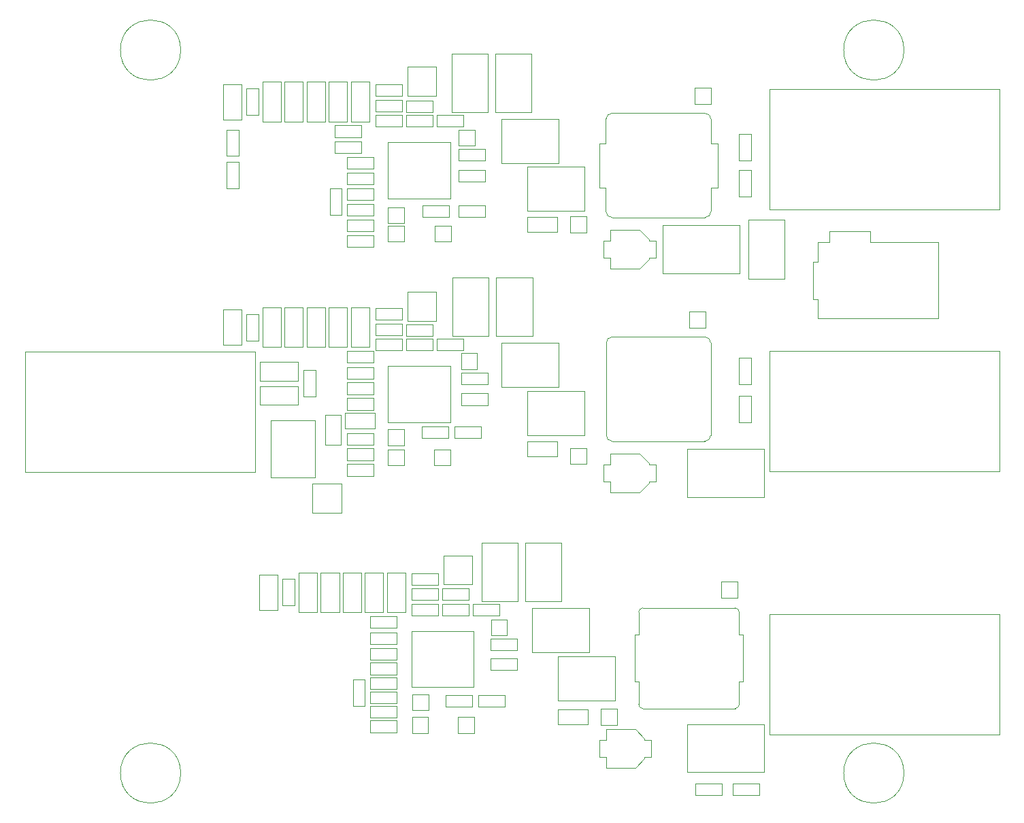
<source format=gbr>
%TF.GenerationSoftware,KiCad,Pcbnew,(6.0.4)*%
%TF.CreationDate,2023-02-06T16:45:10+05:30*%
%TF.ProjectId,CON0100,434f4e30-3130-4302-9e6b-696361645f70,rev?*%
%TF.SameCoordinates,Original*%
%TF.FileFunction,Other,User*%
%FSLAX46Y46*%
G04 Gerber Fmt 4.6, Leading zero omitted, Abs format (unit mm)*
G04 Created by KiCad (PCBNEW (6.0.4)) date 2023-02-06 16:45:10*
%MOMM*%
%LPD*%
G01*
G04 APERTURE LIST*
%ADD10C,0.050000*%
%ADD11C,0.120000*%
G04 APERTURE END LIST*
D10*
%TO.C,R2*%
X270677511Y-86944993D02*
X270677511Y-90244993D01*
X269217511Y-90244993D02*
X269217511Y-86944993D01*
X269217511Y-86944993D02*
X270677511Y-86944993D01*
X270677511Y-90244993D02*
X269217511Y-90244993D01*
%TO.C,R1*%
X261102511Y-60987493D02*
X261102511Y-64287493D01*
X259642511Y-64287493D02*
X259642511Y-60987493D01*
X259642511Y-60987493D02*
X261102511Y-60987493D01*
X261102511Y-64287493D02*
X259642511Y-64287493D01*
%TO.C,Q7*%
X270612511Y-93214993D02*
X265112511Y-93214993D01*
X265112511Y-93214993D02*
X265112511Y-100314993D01*
X270612511Y-93214993D02*
X270612511Y-100314993D01*
X270612511Y-100314993D02*
X265112511Y-100314993D01*
%TO.C,D13*%
X268497511Y-91244993D02*
X268497511Y-88944993D01*
X263797511Y-88944993D02*
X268497511Y-88944993D01*
X268497511Y-91244993D02*
X263797511Y-91244993D01*
X263797511Y-91244993D02*
X263797511Y-88944993D01*
%TO.C,D12*%
X322612511Y-138364993D02*
X325912511Y-138364993D01*
X325912511Y-139824993D02*
X322612511Y-139824993D01*
X322612511Y-139824993D02*
X322612511Y-138364993D01*
X325912511Y-138364993D02*
X325912511Y-139824993D01*
%TO.C,D3*%
X261092511Y-60292493D02*
X259632511Y-60292493D01*
X261092511Y-56992493D02*
X261092511Y-60292493D01*
X259632511Y-60292493D02*
X259632511Y-56992493D01*
X259632511Y-56992493D02*
X261092511Y-56992493D01*
%TO.C,D7*%
X323392511Y-90134993D02*
X324852511Y-90134993D01*
X323392511Y-93434993D02*
X323392511Y-90134993D01*
X324852511Y-90134993D02*
X324852511Y-93434993D01*
X324852511Y-93434993D02*
X323392511Y-93434993D01*
%TO.C,D2*%
X268497511Y-88244993D02*
X268497511Y-85944993D01*
X263797511Y-85944993D02*
X268497511Y-85944993D01*
X268497511Y-88244993D02*
X263797511Y-88244993D01*
X263797511Y-88244993D02*
X263797511Y-85944993D01*
%TO.C,RAMP3*%
X288397511Y-130094993D02*
X290397511Y-130094993D01*
X290397511Y-132094993D02*
X288397511Y-132094993D01*
X290397511Y-132094993D02*
X290397511Y-130094993D01*
X288397511Y-130094993D02*
X288397511Y-132094993D01*
%TO.C,RAMP2*%
X285447511Y-96789993D02*
X287447511Y-96789993D01*
X287447511Y-98789993D02*
X285447511Y-98789993D01*
X287447511Y-98789993D02*
X287447511Y-96789993D01*
X285447511Y-96789993D02*
X285447511Y-98789993D01*
%TO.C,FB3*%
X282697511Y-130094993D02*
X284697511Y-130094993D01*
X284697511Y-132094993D02*
X282697511Y-132094993D01*
X284697511Y-132094993D02*
X284697511Y-130094993D01*
X282697511Y-130094993D02*
X282697511Y-132094993D01*
%TO.C,FB2*%
X279697511Y-96789995D02*
X281697511Y-96789995D01*
X281697511Y-98789995D02*
X279697511Y-98789995D01*
X281697511Y-98789995D02*
X281697511Y-96789995D01*
X279697511Y-96789995D02*
X279697511Y-98789995D01*
%TO.C,SW3*%
X306172511Y-129094993D02*
X308172511Y-129094993D01*
X308172511Y-131094993D02*
X306172511Y-131094993D01*
X308172511Y-131094993D02*
X308172511Y-129094993D01*
X306172511Y-129094993D02*
X306172511Y-131094993D01*
%TO.C,SW2*%
X302382500Y-96639995D02*
X304382500Y-96639995D01*
X304382500Y-98639995D02*
X302382500Y-98639995D01*
X304382500Y-98639995D02*
X304382500Y-96639995D01*
X302382500Y-96639995D02*
X302382500Y-98639995D01*
%TO.C,CM3*%
X282722511Y-127294993D02*
X282722511Y-129294993D01*
X284722511Y-129294993D02*
X284722511Y-127294993D01*
X284722511Y-129294993D02*
X282722511Y-129294993D01*
X282722511Y-127294993D02*
X284722511Y-127294993D01*
%TO.C,CM2*%
X279697511Y-94289995D02*
X281697511Y-94289995D01*
X281697511Y-96289995D02*
X279697511Y-96289995D01*
X281697511Y-96289995D02*
X281697511Y-94289995D01*
X279697511Y-94289995D02*
X279697511Y-96289995D01*
%TO.C,SW1*%
X302382500Y-67820000D02*
X304382500Y-67820000D01*
X304382500Y-69820000D02*
X302382500Y-69820000D01*
X304382500Y-69820000D02*
X304382500Y-67820000D01*
X302382500Y-67820000D02*
X302382500Y-69820000D01*
%TO.C,RAMP1*%
X285522511Y-68944993D02*
X287522511Y-68944993D01*
X287522511Y-70944993D02*
X285522511Y-70944993D01*
X287522511Y-70944993D02*
X287522511Y-68944993D01*
X285522511Y-68944993D02*
X285522511Y-70944993D01*
%TO.C,HB3*%
X292522511Y-117969993D02*
X294522511Y-117969993D01*
X294522511Y-119969993D02*
X292522511Y-119969993D01*
X294522511Y-119969993D02*
X294522511Y-117969993D01*
X292522511Y-117969993D02*
X292522511Y-119969993D01*
%TO.C,HB2*%
X288797511Y-84844993D02*
X290797511Y-84844993D01*
X290797511Y-86844993D02*
X288797511Y-86844993D01*
X290797511Y-86844993D02*
X290797511Y-84844993D01*
X288797511Y-84844993D02*
X288797511Y-86844993D01*
%TO.C,HB1*%
X288497511Y-56994993D02*
X290497511Y-56994993D01*
X290497511Y-58994993D02*
X288497511Y-58994993D01*
X290497511Y-58994993D02*
X290497511Y-56994993D01*
X288497511Y-56994993D02*
X288497511Y-58994993D01*
%TO.C,FB1*%
X279682511Y-68944993D02*
X281682511Y-68944993D01*
X281682511Y-70944993D02*
X279682511Y-70944993D01*
X281682511Y-70944993D02*
X281682511Y-68944993D01*
X279682511Y-68944993D02*
X279682511Y-70944993D01*
%TO.C,CM1*%
X279702511Y-66644993D02*
X281702511Y-66644993D01*
X281702511Y-68644993D02*
X279702511Y-68644993D01*
X281702511Y-68644993D02*
X281702511Y-66644993D01*
X279702511Y-66644993D02*
X279702511Y-68644993D01*
%TO.C,+24V1*%
X317897511Y-51794993D02*
X319897511Y-51794993D01*
X319897511Y-53794993D02*
X317897511Y-53794993D01*
X319897511Y-53794993D02*
X319897511Y-51794993D01*
X317897511Y-51794993D02*
X317897511Y-53794993D01*
%TO.C,+15V1*%
X317192511Y-79644993D02*
X319192511Y-79644993D01*
X319192511Y-81644993D02*
X317192511Y-81644993D01*
X319192511Y-81644993D02*
X319192511Y-79644993D01*
X317192511Y-79644993D02*
X317192511Y-81644993D01*
%TO.C,+5V1*%
X321172511Y-113269993D02*
X321172511Y-115269993D01*
X323172511Y-115269993D02*
X323172511Y-113269993D01*
X323172511Y-115269993D02*
X321172511Y-115269993D01*
X321172511Y-113269993D02*
X323172511Y-113269993D01*
%TO.C,R42*%
X277497511Y-126964993D02*
X280797511Y-126964993D01*
X277497511Y-128424993D02*
X277497511Y-126964993D01*
X280797511Y-128424993D02*
X277497511Y-128424993D01*
X280797511Y-126964993D02*
X280797511Y-128424993D01*
%TO.C,Q5*%
X297597511Y-122044993D02*
X297597511Y-116544993D01*
X304697511Y-122044993D02*
X304697511Y-116544993D01*
X304697511Y-116544993D02*
X297597511Y-116544993D01*
X304697511Y-122044993D02*
X297597511Y-122044993D01*
%TO.C,J6*%
X282122511Y-80794993D02*
X285722511Y-80794993D01*
X285722511Y-77194993D02*
X282122511Y-77194993D01*
X282122511Y-77194993D02*
X282122511Y-80794993D01*
X285722511Y-80794993D02*
X285722511Y-77194993D01*
%TO.C,D9*%
X293172511Y-75399991D02*
X297672511Y-75399991D01*
X297672511Y-75399991D02*
X297672511Y-82699991D01*
X297672511Y-82699991D02*
X293172511Y-82699991D01*
X293172511Y-82699991D02*
X293172511Y-75399991D01*
%TO.C,C24*%
X278090011Y-94244993D02*
X274330011Y-94244993D01*
X274330011Y-94244993D02*
X274330011Y-92284993D01*
X274330011Y-92284993D02*
X278090011Y-92284993D01*
X278090011Y-92284993D02*
X278090011Y-94244993D01*
%TO.C,R14*%
X288497511Y-66440002D02*
X291797511Y-66440002D01*
X291797511Y-66440002D02*
X291797511Y-67900002D01*
X291797511Y-67900002D02*
X288497511Y-67900002D01*
X288497511Y-67900002D02*
X288497511Y-66440002D01*
%TO.C,C30*%
X268572511Y-112114993D02*
X270872511Y-112114993D01*
X270872511Y-112114993D02*
X270872511Y-117074993D01*
X270872511Y-117074993D02*
X268572511Y-117074993D01*
X268572511Y-117074993D02*
X268572511Y-112114993D01*
%TO.C,Q3*%
X300897500Y-89040002D02*
X293797500Y-89040002D01*
X300897500Y-89040002D02*
X300897500Y-83540002D01*
X300897500Y-83540002D02*
X293797500Y-83540002D01*
X293797500Y-89040002D02*
X293797500Y-83540002D01*
%TO.C,C4*%
X274572511Y-51039993D02*
X274572511Y-55999993D01*
X274572511Y-55999993D02*
X272272511Y-55999993D01*
X272272511Y-55999993D02*
X272272511Y-51039993D01*
X272272511Y-51039993D02*
X274572511Y-51039993D01*
%TO.C,H1*%
X253897511Y-137094993D02*
G75*
G03*
X253897511Y-137094993I-3750000J0D01*
G01*
%TO.C,R46*%
X277497511Y-128764993D02*
X280797511Y-128764993D01*
X277497511Y-130224993D02*
X277497511Y-128764993D01*
X280797511Y-128764993D02*
X280797511Y-130224993D01*
X280797511Y-130224993D02*
X277497511Y-130224993D01*
%TO.C,D8*%
X324852511Y-62019993D02*
X324852511Y-65319993D01*
X323392511Y-62019993D02*
X324852511Y-62019993D01*
X323392511Y-65319993D02*
X323392511Y-62019993D01*
X324852511Y-65319993D02*
X323392511Y-65319993D01*
%TO.C,C2*%
X266822511Y-51039993D02*
X269122511Y-51039993D01*
X266822511Y-55999993D02*
X266822511Y-51039993D01*
X269122511Y-55999993D02*
X266822511Y-55999993D01*
X269122511Y-51039993D02*
X269122511Y-55999993D01*
%TO.C,L2*%
X307607500Y-82790002D02*
X319107500Y-82790002D01*
X319857500Y-83540002D02*
X319857500Y-95040002D01*
X306857500Y-95040002D02*
X306857500Y-83540002D01*
X319107500Y-95790002D02*
X307607500Y-95790002D01*
X306857500Y-95040002D02*
G75*
G03*
X307607500Y-95790002I750000J0D01*
G01*
X319857500Y-83540002D02*
G75*
G03*
X319107500Y-82790002I-750000J0D01*
G01*
X319107500Y-95790002D02*
G75*
G03*
X319857500Y-95040002I0J750000D01*
G01*
X307607500Y-82790002D02*
G75*
G03*
X306857500Y-83540002I0J-750000D01*
G01*
%TO.C,U2*%
X279715000Y-58575000D02*
X279715000Y-65575000D01*
X279715000Y-58575000D02*
X287425000Y-58575000D01*
X279715000Y-65575000D02*
X287425000Y-65575000D01*
X287425000Y-58575000D02*
X287425000Y-65575000D01*
%TO.C,F1*%
X262092511Y-51869993D02*
X263552511Y-51869993D01*
X263552511Y-51869993D02*
X263552511Y-55169993D01*
X262092511Y-55169993D02*
X262092511Y-51869993D01*
X263552511Y-55169993D02*
X262092511Y-55169993D01*
%TO.C,C42*%
X290247511Y-117524993D02*
X290247511Y-116064993D01*
X293547511Y-116064993D02*
X293547511Y-117524993D01*
X290247511Y-116064993D02*
X293547511Y-116064993D01*
X293547511Y-117524993D02*
X290247511Y-117524993D01*
%TO.C,R10*%
X274560011Y-62344993D02*
X277860011Y-62344993D01*
X277860011Y-63804993D02*
X274560011Y-63804993D01*
X277860011Y-62344993D02*
X277860011Y-63804993D01*
X274560011Y-63804993D02*
X274560011Y-62344993D01*
%TO.C,D6*%
X261497511Y-83789995D02*
X259197511Y-83789995D01*
X261497511Y-79389995D02*
X259197511Y-79389995D01*
X261497511Y-79389995D02*
X261497511Y-83789995D01*
X259197511Y-83789995D02*
X259197511Y-79389995D01*
D11*
%TO.C,J2*%
X327147511Y-51944993D02*
X355785511Y-51944993D01*
X355785511Y-51944993D02*
X355785511Y-66944993D01*
X327147511Y-66944993D02*
X327147511Y-51944993D01*
X355785511Y-66944993D02*
X327147511Y-66944993D01*
D10*
%TO.C,U4*%
X282665011Y-126399993D02*
X290375011Y-126399993D01*
X282665011Y-119399993D02*
X290375011Y-119399993D01*
X282665011Y-119399993D02*
X282665011Y-126399993D01*
X290375011Y-119399993D02*
X290375011Y-126399993D01*
D11*
%TO.C,J3*%
X355785511Y-99544993D02*
X327147511Y-99544993D01*
X355785511Y-84544993D02*
X355785511Y-99544993D01*
X327147511Y-99544993D02*
X327147511Y-84544993D01*
X327147511Y-84544993D02*
X355785511Y-84544993D01*
D10*
%TO.C,C13*%
X289047511Y-56649993D02*
X285747511Y-56649993D01*
X289047511Y-55189993D02*
X289047511Y-56649993D01*
X285747511Y-55189993D02*
X289047511Y-55189993D01*
X285747511Y-56649993D02*
X285747511Y-55189993D01*
%TO.C,R29*%
X277860011Y-98144993D02*
X274560011Y-98144993D01*
X277860011Y-96684993D02*
X277860011Y-98144993D01*
X274560011Y-96684993D02*
X277860011Y-96684993D01*
X274560011Y-98144993D02*
X274560011Y-96684993D01*
%TO.C,F3*%
X263552511Y-79939995D02*
X263552511Y-83239995D01*
X262092511Y-79939995D02*
X263552511Y-79939995D01*
X262092511Y-83239995D02*
X262092511Y-79939995D01*
X263552511Y-83239995D02*
X262092511Y-83239995D01*
%TO.C,R35*%
X324852511Y-85364995D02*
X324852511Y-88664995D01*
X324852511Y-88664995D02*
X323392511Y-88664995D01*
X323392511Y-88664995D02*
X323392511Y-85364995D01*
X323392511Y-85364995D02*
X324852511Y-85364995D01*
%TO.C,C10*%
X276410011Y-59949993D02*
X273110011Y-59949993D01*
X276410011Y-58489993D02*
X276410011Y-59949993D01*
X273110011Y-58489993D02*
X276410011Y-58489993D01*
X273110011Y-59949993D02*
X273110011Y-58489993D01*
%TO.C,C29*%
X307382500Y-102140002D02*
X307382500Y-100790002D01*
X313032500Y-100790002D02*
X313032500Y-98690002D01*
X307382500Y-100790002D02*
X306532500Y-100790002D01*
X312182500Y-98690002D02*
X312182500Y-98490002D01*
X306532500Y-98690002D02*
X307382500Y-98690002D01*
X307382500Y-98690002D02*
X307382500Y-97340002D01*
X312182500Y-100990002D02*
X312182500Y-100790002D01*
X312182500Y-100790002D02*
X313032500Y-100790002D01*
X312182500Y-100990002D02*
X311032500Y-102140002D01*
X312182500Y-98490002D02*
X311032500Y-97340002D01*
X306532500Y-100790002D02*
X306532500Y-98690002D01*
X313032500Y-98690002D02*
X312182500Y-98690002D01*
X311032500Y-102140002D02*
X307382500Y-102140002D01*
X311032500Y-97340002D02*
X307382500Y-97340002D01*
%TO.C,R30*%
X288497511Y-59389993D02*
X291797511Y-59389993D01*
X291797511Y-60849993D02*
X288497511Y-60849993D01*
X288497511Y-60849993D02*
X288497511Y-59389993D01*
X291797511Y-59389993D02*
X291797511Y-60849993D01*
%TO.C,C20*%
X281472511Y-84494995D02*
X278172511Y-84494995D01*
X278172511Y-84494995D02*
X278172511Y-83034995D01*
X281472511Y-83034995D02*
X281472511Y-84494995D01*
X278172511Y-83034995D02*
X281472511Y-83034995D01*
%TO.C,C5*%
X275072511Y-51039993D02*
X277372511Y-51039993D01*
X277372511Y-55999993D02*
X275072511Y-55999993D01*
X277372511Y-51039993D02*
X277372511Y-55999993D01*
X275072511Y-55999993D02*
X275072511Y-51039993D01*
%TO.C,R11*%
X277860011Y-60389993D02*
X277860011Y-61849993D01*
X274560011Y-61849993D02*
X274560011Y-60389993D01*
X277860011Y-61849993D02*
X274560011Y-61849993D01*
X274560011Y-60389993D02*
X277860011Y-60389993D01*
%TO.C,R33*%
X297072511Y-95794993D02*
X300772511Y-95794993D01*
X300772511Y-97694993D02*
X297072511Y-97694993D01*
X300772511Y-95794993D02*
X300772511Y-97694993D01*
X297072511Y-97694993D02*
X297072511Y-95794993D01*
%TO.C,R39*%
X321217511Y-139824993D02*
X317917511Y-139824993D01*
X317917511Y-138364993D02*
X321217511Y-138364993D01*
X321217511Y-138364993D02*
X321217511Y-139824993D01*
X317917511Y-139824993D02*
X317917511Y-138364993D01*
%TO.C,R27*%
X274560011Y-88484993D02*
X277860011Y-88484993D01*
X274560011Y-89944993D02*
X274560011Y-88484993D01*
X277860011Y-89944993D02*
X274560011Y-89944993D01*
X277860011Y-88484993D02*
X277860011Y-89944993D01*
%TO.C,C15*%
X264072511Y-79109995D02*
X266372511Y-79109995D01*
X266372511Y-79109995D02*
X266372511Y-84069995D01*
X264072511Y-84069995D02*
X264072511Y-79109995D01*
X266372511Y-84069995D02*
X264072511Y-84069995D01*
%TO.C,Q4*%
X297032500Y-95054995D02*
X304132500Y-95054995D01*
X297032500Y-89554995D02*
X297032500Y-95054995D01*
X297032500Y-89554995D02*
X304132500Y-89554995D01*
X304132500Y-89554995D02*
X304132500Y-95054995D01*
%TO.C,C19*%
X275072511Y-79109995D02*
X277372511Y-79109995D01*
X277372511Y-79109995D02*
X277372511Y-84069995D01*
X277372511Y-84069995D02*
X275072511Y-84069995D01*
X275072511Y-84069995D02*
X275072511Y-79109995D01*
%TO.C,C1*%
X266372511Y-51039993D02*
X266372511Y-55999993D01*
X264072511Y-51039993D02*
X266372511Y-51039993D01*
X266372511Y-55999993D02*
X264072511Y-55999993D01*
X264072511Y-55999993D02*
X264072511Y-51039993D01*
D11*
%TO.C,J4*%
X355785511Y-117319993D02*
X355785511Y-132319993D01*
X327147511Y-117319993D02*
X355785511Y-117319993D01*
X327147511Y-132319993D02*
X327147511Y-117319993D01*
X355785511Y-132319993D02*
X327147511Y-132319993D01*
D10*
%TO.C,C17*%
X269572511Y-84069995D02*
X269572511Y-79109995D01*
X271872511Y-84069995D02*
X269572511Y-84069995D01*
X269572511Y-79109995D02*
X271872511Y-79109995D01*
X271872511Y-79109995D02*
X271872511Y-84069995D01*
%TO.C,R7*%
X281472511Y-51364993D02*
X281472511Y-52824993D01*
X278172511Y-52824993D02*
X278172511Y-51364993D01*
X281472511Y-52824993D02*
X278172511Y-52824993D01*
X278172511Y-51364993D02*
X281472511Y-51364993D01*
%TO.C,L3*%
X310447511Y-119894993D02*
X310447511Y-125694993D01*
X310897511Y-117044993D02*
X310897511Y-119894993D01*
X323397511Y-117044993D02*
X323397511Y-119894993D01*
X310897511Y-125694993D02*
X310447511Y-125694993D01*
X310447511Y-119894993D02*
X310897511Y-119894993D01*
X310897511Y-128544993D02*
X310897511Y-125694993D01*
X323397511Y-125694993D02*
X323397511Y-128544993D01*
X323847511Y-125694993D02*
X323397511Y-125694993D01*
X311397511Y-116544993D02*
X322897511Y-116544993D01*
X323847511Y-119894993D02*
X323397511Y-119894993D01*
X323847511Y-119894993D02*
X323847511Y-125694993D01*
X322897511Y-129044993D02*
X311397511Y-129044993D01*
X310897511Y-128544993D02*
G75*
G03*
X311397511Y-129044993I500001J1D01*
G01*
X322897511Y-129044993D02*
G75*
G03*
X323397511Y-128544993I0J500000D01*
G01*
X311397511Y-116544993D02*
G75*
G03*
X310897511Y-117044993I1J-500001D01*
G01*
X323397511Y-117044993D02*
G75*
G03*
X322897511Y-116544993I-500000J0D01*
G01*
%TO.C,R43*%
X277497511Y-124824993D02*
X277497511Y-123364993D01*
X280797511Y-123364993D02*
X280797511Y-124824993D01*
X277497511Y-123364993D02*
X280797511Y-123364993D01*
X280797511Y-124824993D02*
X277497511Y-124824993D01*
%TO.C,C3*%
X269572511Y-55999993D02*
X269572511Y-51039993D01*
X271872511Y-55999993D02*
X269572511Y-55999993D01*
X269572511Y-51039993D02*
X271872511Y-51039993D01*
X271872511Y-51039993D02*
X271872511Y-55999993D01*
%TO.C,H3*%
X253897511Y-47094993D02*
G75*
G03*
X253897511Y-47094993I-3750000J0D01*
G01*
%TO.C,F6*%
X266592511Y-112944993D02*
X268052511Y-112944993D01*
X268052511Y-116244993D02*
X266592511Y-116244993D01*
X268052511Y-112944993D02*
X268052511Y-116244993D01*
X266592511Y-116244993D02*
X266592511Y-112944993D01*
%TO.C,Q6*%
X307932511Y-122594993D02*
X307932511Y-128094993D01*
X300832511Y-128094993D02*
X307932511Y-128094993D01*
X300832511Y-122594993D02*
X300832511Y-128094993D01*
X300832511Y-122594993D02*
X307932511Y-122594993D01*
%TO.C,C36*%
X276827511Y-128744993D02*
X275367511Y-128744993D01*
X276827511Y-125444993D02*
X276827511Y-128744993D01*
X275367511Y-128744993D02*
X275367511Y-125444993D01*
X275367511Y-125444993D02*
X276827511Y-125444993D01*
%TO.C,R23*%
X278172511Y-80669995D02*
X278172511Y-79209995D01*
X278172511Y-79209995D02*
X281472511Y-79209995D01*
X281472511Y-79209995D02*
X281472511Y-80669995D01*
X281472511Y-80669995D02*
X278172511Y-80669995D01*
%TO.C,D19*%
X329072511Y-68245000D02*
X329072511Y-75545000D01*
X324572511Y-75545000D02*
X324572511Y-68245000D01*
X329072511Y-75545000D02*
X324572511Y-75545000D01*
X324572511Y-68245000D02*
X329072511Y-68245000D01*
%TO.C,D15*%
X291322511Y-115719993D02*
X291322511Y-108419993D01*
X291322511Y-108419993D02*
X295822511Y-108419993D01*
X295822511Y-115719993D02*
X291322511Y-115719993D01*
X295822511Y-108419993D02*
X295822511Y-115719993D01*
%TO.C,D5*%
X292122511Y-54844993D02*
X287622511Y-54844993D01*
X287622511Y-47544993D02*
X292122511Y-47544993D01*
X287622511Y-54844993D02*
X287622511Y-47544993D01*
X292122511Y-47544993D02*
X292122511Y-54844993D01*
%TO.C,J7*%
X286597511Y-113619993D02*
X290197511Y-113619993D01*
X290197511Y-110019993D02*
X286597511Y-110019993D01*
X290197511Y-113619993D02*
X290197511Y-110019993D01*
X286597511Y-110019993D02*
X286597511Y-113619993D01*
%TO.C,D4*%
X297572511Y-47544993D02*
X297572511Y-54844993D01*
X297572511Y-54844993D02*
X293072511Y-54844993D01*
X293072511Y-54844993D02*
X293072511Y-47544993D01*
X293072511Y-47544993D02*
X297572511Y-47544993D01*
%TO.C,R56*%
X295797511Y-120364993D02*
X295797511Y-121824993D01*
X292497511Y-121824993D02*
X292497511Y-120364993D01*
X295797511Y-121824993D02*
X292497511Y-121824993D01*
X292497511Y-120364993D02*
X295797511Y-120364993D01*
%TO.C,R20*%
X324852511Y-60819993D02*
X323392511Y-60819993D01*
X324852511Y-57519993D02*
X324852511Y-60819993D01*
X323392511Y-60819993D02*
X323392511Y-57519993D01*
X323392511Y-57519993D02*
X324852511Y-57519993D01*
%TO.C,R13*%
X277860011Y-68209993D02*
X277860011Y-69669993D01*
X274560011Y-69669993D02*
X274560011Y-68209993D01*
X277860011Y-69669993D02*
X274560011Y-69669993D01*
X274560011Y-68209993D02*
X277860011Y-68209993D01*
%TO.C,J10*%
X339697511Y-70994993D02*
X348147511Y-70994993D01*
X348147511Y-70994993D02*
X348147511Y-80494993D01*
X332597511Y-78094993D02*
X333147511Y-78094993D01*
X348147511Y-80494993D02*
X333147511Y-80494993D01*
X333147511Y-80494993D02*
X333147511Y-78094993D01*
X339697511Y-69644993D02*
X339697511Y-70994993D01*
X333147511Y-73494993D02*
X333147511Y-70994993D01*
X334597511Y-70994993D02*
X334597511Y-69644993D01*
X333147511Y-73494993D02*
X332597511Y-73494993D01*
X332597511Y-73494993D02*
X332597511Y-78094993D01*
X333147511Y-70994993D02*
X334597511Y-70994993D01*
X334597511Y-69644993D02*
X339697511Y-69644993D01*
%TO.C,C7*%
X273940011Y-64319993D02*
X273940011Y-67619993D01*
X272480011Y-64319993D02*
X273940011Y-64319993D01*
X273940011Y-67619993D02*
X272480011Y-67619993D01*
X272480011Y-67619993D02*
X272480011Y-64319993D01*
%TO.C,D10*%
X292222511Y-82699991D02*
X287722511Y-82699991D01*
X287722511Y-75399991D02*
X292222511Y-75399991D01*
X292222511Y-75399991D02*
X292222511Y-82699991D01*
X287722511Y-82699991D02*
X287722511Y-75399991D01*
%TO.C,C38*%
X280797511Y-119024993D02*
X277497511Y-119024993D01*
X277497511Y-117564993D02*
X280797511Y-117564993D01*
X280797511Y-117564993D02*
X280797511Y-119024993D01*
X277497511Y-119024993D02*
X277497511Y-117564993D01*
%TO.C,C35*%
X285972511Y-116064993D02*
X285972511Y-117524993D01*
X282672511Y-116064993D02*
X285972511Y-116064993D01*
X285972511Y-117524993D02*
X282672511Y-117524993D01*
X282672511Y-117524993D02*
X282672511Y-116064993D01*
%TO.C,R57*%
X295797511Y-122814993D02*
X295797511Y-124274993D01*
X295797511Y-124274993D02*
X292497511Y-124274993D01*
X292497511Y-122814993D02*
X295797511Y-122814993D01*
X292497511Y-124274993D02*
X292497511Y-122814993D01*
%TO.C,R28*%
X277860011Y-98634993D02*
X277860011Y-100094993D01*
X274560011Y-100094993D02*
X274560011Y-98634993D01*
X277860011Y-100094993D02*
X274560011Y-100094993D01*
X274560011Y-98634993D02*
X277860011Y-98634993D01*
%TO.C,R8*%
X281472511Y-53277493D02*
X281472511Y-54737493D01*
X278172511Y-54737493D02*
X278172511Y-53277493D01*
X281472511Y-54737493D02*
X278172511Y-54737493D01*
X278172511Y-53277493D02*
X281472511Y-53277493D01*
%TO.C,R48*%
X286422511Y-117524993D02*
X286422511Y-116064993D01*
X286422511Y-116064993D02*
X289722511Y-116064993D01*
X289722511Y-117524993D02*
X286422511Y-117524993D01*
X289722511Y-116064993D02*
X289722511Y-117524993D01*
%TO.C,C33*%
X276772511Y-117074993D02*
X276772511Y-112114993D01*
X279072511Y-117074993D02*
X276772511Y-117074993D01*
X276772511Y-112114993D02*
X279072511Y-112114993D01*
X279072511Y-112114993D02*
X279072511Y-117074993D01*
%TO.C,F2*%
X313867511Y-68915000D02*
X323427511Y-68915000D01*
X323427511Y-74875000D02*
X313867511Y-74875000D01*
X323427511Y-68915000D02*
X323427511Y-74875000D01*
X313867511Y-74875000D02*
X313867511Y-68915000D01*
%TO.C,C22*%
X277860011Y-86019993D02*
X274560011Y-86019993D01*
X274560011Y-84559993D02*
X277860011Y-84559993D01*
X274560011Y-86019993D02*
X274560011Y-84559993D01*
X277860011Y-84559993D02*
X277860011Y-86019993D01*
%TO.C,C21*%
X271892511Y-92509995D02*
X273852511Y-92509995D01*
X273852511Y-96269995D02*
X271892511Y-96269995D01*
X271892511Y-96269995D02*
X271892511Y-92509995D01*
X273852511Y-92509995D02*
X273852511Y-96269995D01*
%TO.C,R53*%
X288497511Y-63449993D02*
X288497511Y-61989993D01*
X291797511Y-61989993D02*
X291797511Y-63449993D01*
X288497511Y-61989993D02*
X291797511Y-61989993D01*
X291797511Y-63449993D02*
X288497511Y-63449993D01*
%TO.C,R12*%
X274560011Y-70164993D02*
X277860011Y-70164993D01*
X277860011Y-71624993D02*
X274560011Y-71624993D01*
X277860011Y-70164993D02*
X277860011Y-71624993D01*
X274560011Y-71624993D02*
X274560011Y-70164993D01*
%TO.C,F5*%
X316912511Y-136999993D02*
X316912511Y-131039993D01*
X326472511Y-136999993D02*
X316912511Y-136999993D01*
X326472511Y-131039993D02*
X326472511Y-136999993D01*
X316912511Y-131039993D02*
X326472511Y-131039993D01*
%TO.C,C18*%
X272272511Y-84069995D02*
X272272511Y-79109995D01*
X272272511Y-79109995D02*
X274572511Y-79109995D01*
X274572511Y-84069995D02*
X272272511Y-84069995D01*
X274572511Y-79109995D02*
X274572511Y-84069995D01*
%TO.C,R24*%
X281472511Y-82582495D02*
X278172511Y-82582495D01*
X278172511Y-81122495D02*
X281472511Y-81122495D01*
X278172511Y-82582495D02*
X278172511Y-81122495D01*
X281472511Y-81122495D02*
X281472511Y-82582495D01*
%TO.C,C9*%
X273085011Y-56464993D02*
X276385011Y-56464993D01*
X276385011Y-57924993D02*
X273085011Y-57924993D01*
X273085011Y-57924993D02*
X273085011Y-56464993D01*
X276385011Y-56464993D02*
X276385011Y-57924993D01*
%TO.C,U3*%
X279714993Y-86419993D02*
X287424993Y-86419993D01*
X287424993Y-86419993D02*
X287424993Y-93419993D01*
X279714993Y-86419993D02*
X279714993Y-93419993D01*
X279714993Y-93419993D02*
X287424993Y-93419993D01*
%TO.C,R47*%
X290947511Y-128824993D02*
X290947511Y-127364993D01*
X294247511Y-128824993D02*
X290947511Y-128824993D01*
X294247511Y-127364993D02*
X294247511Y-128824993D01*
X290947511Y-127364993D02*
X294247511Y-127364993D01*
%TO.C,C12*%
X285222511Y-54849993D02*
X281922511Y-54849993D01*
X281922511Y-53389993D02*
X285222511Y-53389993D01*
X285222511Y-53389993D02*
X285222511Y-54849993D01*
X281922511Y-54849993D02*
X281922511Y-53389993D01*
%TO.C,R9*%
X277860011Y-66254993D02*
X277860011Y-67714993D01*
X274560011Y-67714993D02*
X274560011Y-66254993D01*
X277860011Y-67714993D02*
X274560011Y-67714993D01*
X274560011Y-66254993D02*
X277860011Y-66254993D01*
%TO.C,R41*%
X282672511Y-115574993D02*
X282672511Y-114114993D01*
X285972511Y-115574993D02*
X282672511Y-115574993D01*
X285972511Y-114114993D02*
X285972511Y-115574993D01*
X282672511Y-114114993D02*
X285972511Y-114114993D01*
%TO.C,C37*%
X280797511Y-125164993D02*
X280797511Y-126624993D01*
X277497511Y-125164993D02*
X280797511Y-125164993D01*
X280797511Y-126624993D02*
X277497511Y-126624993D01*
X277497511Y-126624993D02*
X277497511Y-125164993D01*
%TO.C,H4*%
X343897511Y-47094993D02*
G75*
G03*
X343897511Y-47094993I-3750000J0D01*
G01*
%TO.C,C26*%
X287247511Y-93909995D02*
X287247511Y-95369995D01*
X283947511Y-95369995D02*
X283947511Y-93909995D01*
X287247511Y-95369995D02*
X283947511Y-95369995D01*
X283947511Y-93909995D02*
X287247511Y-93909995D01*
%TO.C,L1*%
X306807500Y-58695000D02*
X306807500Y-55745000D01*
X319107500Y-67945000D02*
X307607500Y-67945000D01*
X320707500Y-58695000D02*
X320707500Y-64195000D01*
X306807500Y-67145000D02*
X306807500Y-64195000D01*
X320707500Y-58695000D02*
X319907500Y-58695000D01*
X319907500Y-64195000D02*
X319907500Y-67145000D01*
X306007500Y-64195000D02*
X306807500Y-64195000D01*
X307607500Y-54945000D02*
X319107500Y-54945000D01*
X306007500Y-58695000D02*
X306807500Y-58695000D01*
X320707500Y-64195000D02*
X319907500Y-64195000D01*
X306007500Y-64195000D02*
X306007500Y-58695000D01*
X319907500Y-55745000D02*
X319907500Y-58695000D01*
X319107500Y-67945000D02*
G75*
G03*
X319907500Y-67145000I0J800000D01*
G01*
X307607500Y-54945000D02*
G75*
G03*
X306807500Y-55745000I1J-800001D01*
G01*
X306807500Y-67145000D02*
G75*
G03*
X307607500Y-67945000I800001J1D01*
G01*
X319907500Y-55745000D02*
G75*
G03*
X319107500Y-54945000I-800000J0D01*
G01*
%TO.C,R45*%
X277497511Y-132024993D02*
X277497511Y-130564993D01*
X280797511Y-132024993D02*
X277497511Y-132024993D01*
X277497511Y-130564993D02*
X280797511Y-130564993D01*
X280797511Y-130564993D02*
X280797511Y-132024993D01*
%TO.C,C11*%
X287322511Y-67899993D02*
X284022511Y-67899993D01*
X287322511Y-66439993D02*
X287322511Y-67899993D01*
X284022511Y-66439993D02*
X287322511Y-66439993D01*
X284022511Y-67899993D02*
X284022511Y-66439993D01*
%TO.C,R31*%
X291297511Y-93909995D02*
X291297511Y-95369995D01*
X287997511Y-93909995D02*
X291297511Y-93909995D01*
X287997511Y-95369995D02*
X287997511Y-93909995D01*
X291297511Y-95369995D02*
X287997511Y-95369995D01*
D11*
%TO.C,J1*%
X263147511Y-84594993D02*
X263147511Y-99594993D01*
X234509511Y-99594993D02*
X234509511Y-84594993D01*
X234509511Y-84594993D02*
X263147511Y-84594993D01*
X263147511Y-99594993D02*
X234509511Y-99594993D01*
D10*
%TO.C,C34*%
X281872511Y-117074993D02*
X279572511Y-117074993D01*
X279572511Y-117074993D02*
X279572511Y-112114993D01*
X281872511Y-112114993D02*
X281872511Y-117074993D01*
X279572511Y-112114993D02*
X281872511Y-112114993D01*
%TO.C,C32*%
X276372511Y-117074993D02*
X274072511Y-117074993D01*
X276372511Y-112114993D02*
X276372511Y-117074993D01*
X274072511Y-117074993D02*
X274072511Y-112114993D01*
X274072511Y-112114993D02*
X276372511Y-112114993D01*
%TO.C,H2*%
X343897511Y-137094993D02*
G75*
G03*
X343897511Y-137094993I-3750000J0D01*
G01*
%TO.C,C23*%
X274560011Y-86584993D02*
X277860011Y-86584993D01*
X277860011Y-88044993D02*
X274560011Y-88044993D01*
X277860011Y-86584993D02*
X277860011Y-88044993D01*
X274560011Y-88044993D02*
X274560011Y-86584993D01*
%TO.C,R49*%
X304572511Y-131044993D02*
X300872511Y-131044993D01*
X304572511Y-129144993D02*
X304572511Y-131044993D01*
X300872511Y-129144993D02*
X304572511Y-129144993D01*
X300872511Y-131044993D02*
X300872511Y-129144993D01*
%TO.C,R16*%
X300772511Y-67870000D02*
X300772511Y-69770000D01*
X297072511Y-67870000D02*
X300772511Y-67870000D01*
X300772511Y-69770000D02*
X297072511Y-69770000D01*
X297072511Y-69770000D02*
X297072511Y-67870000D01*
%TO.C,D14*%
X301272511Y-108419993D02*
X301272511Y-115719993D01*
X301272511Y-115719993D02*
X296772511Y-115719993D01*
X296772511Y-108419993D02*
X301272511Y-108419993D01*
X296772511Y-115719993D02*
X296772511Y-108419993D01*
%TO.C,R15*%
X281935011Y-55189993D02*
X285235011Y-55189993D01*
X285235011Y-56649993D02*
X281935011Y-56649993D01*
X281935011Y-56649993D02*
X281935011Y-55189993D01*
X285235011Y-55189993D02*
X285235011Y-56649993D01*
%TO.C,C39*%
X280797511Y-119564993D02*
X280797511Y-121024993D01*
X280797511Y-121024993D02*
X277497511Y-121024993D01*
X277497511Y-119564993D02*
X280797511Y-119564993D01*
X277497511Y-121024993D02*
X277497511Y-119564993D01*
%TO.C,C43*%
X311622511Y-132969993D02*
X311622511Y-132769993D01*
X305972511Y-135069993D02*
X305972511Y-132969993D01*
X311622511Y-135069993D02*
X312472511Y-135069993D01*
X306822511Y-135069993D02*
X305972511Y-135069993D01*
X306822511Y-132969993D02*
X306822511Y-131619993D01*
X312472511Y-132969993D02*
X311622511Y-132969993D01*
X310472511Y-131619993D02*
X306822511Y-131619993D01*
X311622511Y-135269993D02*
X310472511Y-136419993D01*
X312472511Y-135069993D02*
X312472511Y-132969993D01*
X306822511Y-136419993D02*
X306822511Y-135069993D01*
X310472511Y-136419993D02*
X306822511Y-136419993D01*
X311622511Y-135269993D02*
X311622511Y-135069993D01*
X305972511Y-132969993D02*
X306822511Y-132969993D01*
X311622511Y-132769993D02*
X310472511Y-131619993D01*
%TO.C,J8*%
X270302511Y-101064993D02*
X270302511Y-104664993D01*
X273902511Y-104664993D02*
X273902511Y-101064993D01*
X273902511Y-101064993D02*
X270302511Y-101064993D01*
X270302511Y-104664993D02*
X273902511Y-104664993D01*
%TO.C,R26*%
X277860011Y-90434993D02*
X277860011Y-91894993D01*
X274560011Y-90434993D02*
X277860011Y-90434993D01*
X277860011Y-91894993D02*
X274560011Y-91894993D01*
X274560011Y-91894993D02*
X274560011Y-90434993D01*
%TO.C,D11*%
X265997511Y-112394993D02*
X265997511Y-116794993D01*
X265997511Y-112394993D02*
X263697511Y-112394993D01*
X265997511Y-116794993D02*
X263697511Y-116794993D01*
X263697511Y-116794993D02*
X263697511Y-112394993D01*
%TO.C,C6*%
X278172511Y-56649993D02*
X278172511Y-55189993D01*
X281472511Y-56649993D02*
X278172511Y-56649993D01*
X281472511Y-55189993D02*
X281472511Y-56649993D01*
X278172511Y-55189993D02*
X281472511Y-55189993D01*
%TO.C,C8*%
X277860011Y-64299993D02*
X277860011Y-65759993D01*
X277860011Y-65759993D02*
X274560011Y-65759993D01*
X274560011Y-65759993D02*
X274560011Y-64299993D01*
X274560011Y-64299993D02*
X277860011Y-64299993D01*
%TO.C,R40*%
X285972511Y-113669993D02*
X282672511Y-113669993D01*
X282672511Y-113669993D02*
X282672511Y-112209993D01*
X285972511Y-112209993D02*
X285972511Y-113669993D01*
X282672511Y-112209993D02*
X285972511Y-112209993D01*
%TO.C,C41*%
X289722511Y-115574993D02*
X286422511Y-115574993D01*
X286422511Y-114114993D02*
X289722511Y-114114993D01*
X289722511Y-114114993D02*
X289722511Y-115574993D01*
X286422511Y-115574993D02*
X286422511Y-114114993D01*
%TO.C,C31*%
X271322511Y-112114993D02*
X273622511Y-112114993D01*
X271322511Y-117074993D02*
X271322511Y-112114993D01*
X273622511Y-117074993D02*
X271322511Y-117074993D01*
X273622511Y-112114993D02*
X273622511Y-117074993D01*
%TO.C,C27*%
X285222511Y-82694995D02*
X281922511Y-82694995D01*
X281922511Y-82694995D02*
X281922511Y-81234995D01*
X281922511Y-81234995D02*
X285222511Y-81234995D01*
X285222511Y-81234995D02*
X285222511Y-82694995D01*
%TO.C,C16*%
X269122511Y-79109995D02*
X269122511Y-84069995D01*
X269122511Y-84069995D02*
X266822511Y-84069995D01*
X266822511Y-84069995D02*
X266822511Y-79109995D01*
X266822511Y-79109995D02*
X269122511Y-79109995D01*
%TO.C,R32*%
X285222511Y-84494995D02*
X281922511Y-84494995D01*
X281922511Y-83034995D02*
X285222511Y-83034995D01*
X285222511Y-83034995D02*
X285222511Y-84494995D01*
X281922511Y-84494995D02*
X281922511Y-83034995D01*
%TO.C,J5*%
X282097511Y-49194993D02*
X282097511Y-52794993D01*
X282097511Y-52794993D02*
X285697511Y-52794993D01*
X285697511Y-49194993D02*
X282097511Y-49194993D01*
X285697511Y-52794993D02*
X285697511Y-49194993D01*
%TO.C,R44*%
X277497511Y-121564993D02*
X280797511Y-121564993D01*
X277497511Y-123024993D02*
X277497511Y-121564993D01*
X280797511Y-123024993D02*
X277497511Y-123024993D01*
X280797511Y-121564993D02*
X280797511Y-123024993D01*
%TO.C,D1*%
X261497511Y-55737493D02*
X259197511Y-55737493D01*
X261497511Y-51337493D02*
X259197511Y-51337493D01*
X261497511Y-51337493D02*
X261497511Y-55737493D01*
X259197511Y-55737493D02*
X259197511Y-51337493D01*
%TO.C,R54*%
X288797511Y-88694995D02*
X288797511Y-87234995D01*
X288797511Y-87234995D02*
X292097511Y-87234995D01*
X292097511Y-88694995D02*
X288797511Y-88694995D01*
X292097511Y-87234995D02*
X292097511Y-88694995D01*
%TO.C,Q2*%
X297032500Y-67145000D02*
X304132500Y-67145000D01*
X304132500Y-61645000D02*
X304132500Y-67145000D01*
X297032500Y-61645000D02*
X297032500Y-67145000D01*
X297032500Y-61645000D02*
X304132500Y-61645000D01*
%TO.C,C28*%
X285747511Y-84494995D02*
X285747511Y-83034995D01*
X285747511Y-83034995D02*
X289047511Y-83034995D01*
X289047511Y-83034995D02*
X289047511Y-84494995D01*
X289047511Y-84494995D02*
X285747511Y-84494995D01*
%TO.C,F4*%
X316912511Y-96760002D02*
X326472511Y-96760002D01*
X326472511Y-102720002D02*
X316912511Y-102720002D01*
X316912511Y-102720002D02*
X316912511Y-96760002D01*
X326472511Y-96760002D02*
X326472511Y-102720002D01*
%TO.C,C40*%
X290197511Y-128824993D02*
X286897511Y-128824993D01*
X286897511Y-127364993D02*
X290197511Y-127364993D01*
X286897511Y-128824993D02*
X286897511Y-127364993D01*
X290197511Y-127364993D02*
X290197511Y-128824993D01*
%TO.C,R55*%
X288797511Y-91294995D02*
X288797511Y-89834995D01*
X292097511Y-91294995D02*
X288797511Y-91294995D01*
X288797511Y-89834995D02*
X292097511Y-89834995D01*
X292097511Y-89834995D02*
X292097511Y-91294995D01*
%TO.C,R25*%
X277860011Y-94764993D02*
X277860011Y-96224993D01*
X277860011Y-96224993D02*
X274560011Y-96224993D01*
X274560011Y-96224993D02*
X274560011Y-94764993D01*
X274560011Y-94764993D02*
X277860011Y-94764993D01*
%TO.C,Q1*%
X293797500Y-61195000D02*
X293797500Y-55695000D01*
X300897500Y-61195000D02*
X293797500Y-61195000D01*
X300897500Y-61195000D02*
X300897500Y-55695000D01*
X300897500Y-55695000D02*
X293797500Y-55695000D01*
%TO.C,C14*%
X312182500Y-72945000D02*
X313032500Y-72945000D01*
X313032500Y-70845000D02*
X312182500Y-70845000D01*
X306532500Y-72945000D02*
X306532500Y-70845000D01*
X307382500Y-70845000D02*
X307382500Y-69495000D01*
X312182500Y-70645000D02*
X311032500Y-69495000D01*
X313032500Y-72945000D02*
X313032500Y-70845000D01*
X306532500Y-70845000D02*
X307382500Y-70845000D01*
X311032500Y-69495000D02*
X307382500Y-69495000D01*
X312182500Y-73145000D02*
X312182500Y-72945000D01*
X312182500Y-73145000D02*
X311032500Y-74295000D01*
X307382500Y-74295000D02*
X307382500Y-72945000D01*
X307382500Y-72945000D02*
X306532500Y-72945000D01*
X312182500Y-70845000D02*
X312182500Y-70645000D01*
X311032500Y-74295000D02*
X307382500Y-74295000D01*
%TD*%
M02*

</source>
